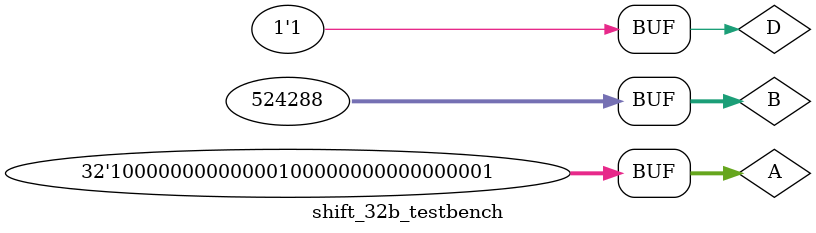
<source format=v>
`define DELAY 20
module shift_32b_testbench();

reg D; 

reg [31:0] A,  B;

wire [31:0] O;

shift_32b s32btb (O, A, B, D); //  D> direction, F> false=0

initial begin

A = 32'b10000000000000100000000000000001;

B = 32'b00000000000000000000000000000001; D = 1'b0;
#`DELAY;
B = 32'b00000000000000000000000000000001; D = 1'b1;
#`DELAY;
B = 32'b00000000000000000000000000000011; D = 1'b0;
#`DELAY;
B = 32'b00000000000000000000000000000011; D = 1'b1; 
#`DELAY;
B = 32'b00000000000000000000000000000111; D = 1'b0;
#`DELAY;
B = 32'b00000000000000000000000000000111; D = 1'b1;
#`DELAY;
B = 32'b00000000000000000000000000001111; D = 1'b0;
#`DELAY;
B = 32'b00000000000000000000000000001111; D = 1'b1; 
#`DELAY;
B = 32'b00000000000010000000000000000000; D = 1'b0;
#`DELAY;
B = 32'b00000000000010000000000000000000; D = 1'b1; 
#`DELAY;


end

initial begin

$monitor("time = %2d, A = %32b, B = %32b, D = %1b, O = %32b ",$time,A, B, D, O);

end

endmodule
</source>
